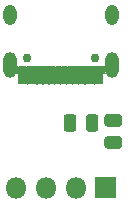
<source format=gbr>
G04 #@! TF.GenerationSoftware,KiCad,Pcbnew,(5.1.9)-1*
G04 #@! TF.CreationDate,2021-04-22T03:11:02+04:00*
G04 #@! TF.ProjectId,USB-C breakout,5553422d-4320-4627-9265-616b6f75742e,rev?*
G04 #@! TF.SameCoordinates,Original*
G04 #@! TF.FileFunction,Soldermask,Top*
G04 #@! TF.FilePolarity,Negative*
%FSLAX46Y46*%
G04 Gerber Fmt 4.6, Leading zero omitted, Abs format (unit mm)*
G04 Created by KiCad (PCBNEW (5.1.9)-1) date 2021-04-22 03:11:02*
%MOMM*%
%LPD*%
G01*
G04 APERTURE LIST*
%ADD10O,1.802000X1.802000*%
%ADD11O,1.102000X2.202000*%
%ADD12C,0.752000*%
%ADD13O,1.102000X1.702000*%
%ADD14C,0.100000*%
G04 APERTURE END LIST*
G36*
G01*
X116053500Y-65583500D02*
X117753500Y-65583500D01*
G75*
G02*
X117804500Y-65634500I0J-51000D01*
G01*
X117804500Y-67334500D01*
G75*
G02*
X117753500Y-67385500I-51000J0D01*
G01*
X116053500Y-67385500D01*
G75*
G02*
X116002500Y-67334500I0J51000D01*
G01*
X116002500Y-65634500D01*
G75*
G02*
X116053500Y-65583500I51000J0D01*
G01*
G37*
D10*
X114363500Y-66484500D03*
X111823500Y-66484500D03*
X109283500Y-66484500D03*
G36*
G01*
X118020250Y-61338000D02*
X117056750Y-61338000D01*
G75*
G02*
X116787500Y-61068750I0J269250D01*
G01*
X116787500Y-60530250D01*
G75*
G02*
X117056750Y-60261000I269250J0D01*
G01*
X118020250Y-60261000D01*
G75*
G02*
X118289500Y-60530250I0J-269250D01*
G01*
X118289500Y-61068750D01*
G75*
G02*
X118020250Y-61338000I-269250J0D01*
G01*
G37*
G36*
G01*
X118020250Y-63213000D02*
X117056750Y-63213000D01*
G75*
G02*
X116787500Y-62943750I0J269250D01*
G01*
X116787500Y-62405250D01*
G75*
G02*
X117056750Y-62136000I269250J0D01*
G01*
X118020250Y-62136000D01*
G75*
G02*
X118289500Y-62405250I0J-269250D01*
G01*
X118289500Y-62943750D01*
G75*
G02*
X118020250Y-63213000I-269250J0D01*
G01*
G37*
G36*
G01*
X114409000Y-60541750D02*
X114409000Y-61505250D01*
G75*
G02*
X114139750Y-61774500I-269250J0D01*
G01*
X113601250Y-61774500D01*
G75*
G02*
X113332000Y-61505250I0J269250D01*
G01*
X113332000Y-60541750D01*
G75*
G02*
X113601250Y-60272500I269250J0D01*
G01*
X114139750Y-60272500D01*
G75*
G02*
X114409000Y-60541750I0J-269250D01*
G01*
G37*
G36*
G01*
X116284000Y-60541750D02*
X116284000Y-61505250D01*
G75*
G02*
X116014750Y-61774500I-269250J0D01*
G01*
X115476250Y-61774500D01*
G75*
G02*
X115207000Y-61505250I0J269250D01*
G01*
X115207000Y-60541750D01*
G75*
G02*
X115476250Y-60272500I269250J0D01*
G01*
X116014750Y-60272500D01*
G75*
G02*
X116284000Y-60541750I0J-269250D01*
G01*
G37*
G36*
G01*
X110192500Y-56260500D02*
X110192500Y-57710500D01*
G75*
G02*
X110141500Y-57761500I-51000J0D01*
G01*
X109541500Y-57761500D01*
G75*
G02*
X109490500Y-57710500I0J51000D01*
G01*
X109490500Y-56260500D01*
G75*
G02*
X109541500Y-56209500I51000J0D01*
G01*
X110141500Y-56209500D01*
G75*
G02*
X110192500Y-56260500I0J-51000D01*
G01*
G37*
G36*
G01*
X110992500Y-56260500D02*
X110992500Y-57710500D01*
G75*
G02*
X110941500Y-57761500I-51000J0D01*
G01*
X110341500Y-57761500D01*
G75*
G02*
X110290500Y-57710500I0J51000D01*
G01*
X110290500Y-56260500D01*
G75*
G02*
X110341500Y-56209500I51000J0D01*
G01*
X110941500Y-56209500D01*
G75*
G02*
X110992500Y-56260500I0J-51000D01*
G01*
G37*
G36*
G01*
X115892500Y-56260500D02*
X115892500Y-57710500D01*
G75*
G02*
X115841500Y-57761500I-51000J0D01*
G01*
X115241500Y-57761500D01*
G75*
G02*
X115190500Y-57710500I0J51000D01*
G01*
X115190500Y-56260500D01*
G75*
G02*
X115241500Y-56209500I51000J0D01*
G01*
X115841500Y-56209500D01*
G75*
G02*
X115892500Y-56260500I0J-51000D01*
G01*
G37*
G36*
G01*
X116692500Y-56260500D02*
X116692500Y-57710500D01*
G75*
G02*
X116641500Y-57761500I-51000J0D01*
G01*
X116041500Y-57761500D01*
G75*
G02*
X115990500Y-57710500I0J51000D01*
G01*
X115990500Y-56260500D01*
G75*
G02*
X116041500Y-56209500I51000J0D01*
G01*
X116641500Y-56209500D01*
G75*
G02*
X116692500Y-56260500I0J-51000D01*
G01*
G37*
G36*
G01*
X116692500Y-56260500D02*
X116692500Y-57710500D01*
G75*
G02*
X116641500Y-57761500I-51000J0D01*
G01*
X116041500Y-57761500D01*
G75*
G02*
X115990500Y-57710500I0J51000D01*
G01*
X115990500Y-56260500D01*
G75*
G02*
X116041500Y-56209500I51000J0D01*
G01*
X116641500Y-56209500D01*
G75*
G02*
X116692500Y-56260500I0J-51000D01*
G01*
G37*
G36*
G01*
X115892500Y-56260500D02*
X115892500Y-57710500D01*
G75*
G02*
X115841500Y-57761500I-51000J0D01*
G01*
X115241500Y-57761500D01*
G75*
G02*
X115190500Y-57710500I0J51000D01*
G01*
X115190500Y-56260500D01*
G75*
G02*
X115241500Y-56209500I51000J0D01*
G01*
X115841500Y-56209500D01*
G75*
G02*
X115892500Y-56260500I0J-51000D01*
G01*
G37*
G36*
G01*
X110992500Y-56260500D02*
X110992500Y-57710500D01*
G75*
G02*
X110941500Y-57761500I-51000J0D01*
G01*
X110341500Y-57761500D01*
G75*
G02*
X110290500Y-57710500I0J51000D01*
G01*
X110290500Y-56260500D01*
G75*
G02*
X110341500Y-56209500I51000J0D01*
G01*
X110941500Y-56209500D01*
G75*
G02*
X110992500Y-56260500I0J-51000D01*
G01*
G37*
G36*
G01*
X110192500Y-56260500D02*
X110192500Y-57710500D01*
G75*
G02*
X110141500Y-57761500I-51000J0D01*
G01*
X109541500Y-57761500D01*
G75*
G02*
X109490500Y-57710500I0J51000D01*
G01*
X109490500Y-56260500D01*
G75*
G02*
X109541500Y-56209500I51000J0D01*
G01*
X110141500Y-56209500D01*
G75*
G02*
X110192500Y-56260500I0J-51000D01*
G01*
G37*
G36*
G01*
X115042500Y-56260500D02*
X115042500Y-57710500D01*
G75*
G02*
X114991500Y-57761500I-51000J0D01*
G01*
X114691500Y-57761500D01*
G75*
G02*
X114640500Y-57710500I0J51000D01*
G01*
X114640500Y-56260500D01*
G75*
G02*
X114691500Y-56209500I51000J0D01*
G01*
X114991500Y-56209500D01*
G75*
G02*
X115042500Y-56260500I0J-51000D01*
G01*
G37*
G36*
G01*
X114542500Y-56260500D02*
X114542500Y-57710500D01*
G75*
G02*
X114491500Y-57761500I-51000J0D01*
G01*
X114191500Y-57761500D01*
G75*
G02*
X114140500Y-57710500I0J51000D01*
G01*
X114140500Y-56260500D01*
G75*
G02*
X114191500Y-56209500I51000J0D01*
G01*
X114491500Y-56209500D01*
G75*
G02*
X114542500Y-56260500I0J-51000D01*
G01*
G37*
G36*
G01*
X114042500Y-56260500D02*
X114042500Y-57710500D01*
G75*
G02*
X113991500Y-57761500I-51000J0D01*
G01*
X113691500Y-57761500D01*
G75*
G02*
X113640500Y-57710500I0J51000D01*
G01*
X113640500Y-56260500D01*
G75*
G02*
X113691500Y-56209500I51000J0D01*
G01*
X113991500Y-56209500D01*
G75*
G02*
X114042500Y-56260500I0J-51000D01*
G01*
G37*
G36*
G01*
X113042500Y-56260500D02*
X113042500Y-57710500D01*
G75*
G02*
X112991500Y-57761500I-51000J0D01*
G01*
X112691500Y-57761500D01*
G75*
G02*
X112640500Y-57710500I0J51000D01*
G01*
X112640500Y-56260500D01*
G75*
G02*
X112691500Y-56209500I51000J0D01*
G01*
X112991500Y-56209500D01*
G75*
G02*
X113042500Y-56260500I0J-51000D01*
G01*
G37*
G36*
G01*
X112542500Y-56260500D02*
X112542500Y-57710500D01*
G75*
G02*
X112491500Y-57761500I-51000J0D01*
G01*
X112191500Y-57761500D01*
G75*
G02*
X112140500Y-57710500I0J51000D01*
G01*
X112140500Y-56260500D01*
G75*
G02*
X112191500Y-56209500I51000J0D01*
G01*
X112491500Y-56209500D01*
G75*
G02*
X112542500Y-56260500I0J-51000D01*
G01*
G37*
G36*
G01*
X112042500Y-56260500D02*
X112042500Y-57710500D01*
G75*
G02*
X111991500Y-57761500I-51000J0D01*
G01*
X111691500Y-57761500D01*
G75*
G02*
X111640500Y-57710500I0J51000D01*
G01*
X111640500Y-56260500D01*
G75*
G02*
X111691500Y-56209500I51000J0D01*
G01*
X111991500Y-56209500D01*
G75*
G02*
X112042500Y-56260500I0J-51000D01*
G01*
G37*
G36*
G01*
X111542500Y-56260500D02*
X111542500Y-57710500D01*
G75*
G02*
X111491500Y-57761500I-51000J0D01*
G01*
X111191500Y-57761500D01*
G75*
G02*
X111140500Y-57710500I0J51000D01*
G01*
X111140500Y-56260500D01*
G75*
G02*
X111191500Y-56209500I51000J0D01*
G01*
X111491500Y-56209500D01*
G75*
G02*
X111542500Y-56260500I0J-51000D01*
G01*
G37*
G36*
G01*
X113542500Y-56260500D02*
X113542500Y-57710500D01*
G75*
G02*
X113491500Y-57761500I-51000J0D01*
G01*
X113191500Y-57761500D01*
G75*
G02*
X113140500Y-57710500I0J51000D01*
G01*
X113140500Y-56260500D01*
G75*
G02*
X113191500Y-56209500I51000J0D01*
G01*
X113491500Y-56209500D01*
G75*
G02*
X113542500Y-56260500I0J-51000D01*
G01*
G37*
D11*
X108771500Y-56070500D03*
X117411500Y-56070500D03*
D12*
X115981500Y-55540500D03*
D13*
X117411500Y-51890500D03*
D12*
X110201500Y-55540500D03*
D13*
X108771500Y-51890500D03*
D14*
G36*
X115192232Y-56208500D02*
G01*
X115192500Y-56209500D01*
X115192500Y-57761500D01*
X115191500Y-57763232D01*
X115190500Y-57763500D01*
X115042500Y-57763500D01*
X115040768Y-57762500D01*
X115040500Y-57761500D01*
X115040500Y-56209500D01*
X115041500Y-56207768D01*
X115042500Y-56207500D01*
X115190500Y-56207500D01*
X115192232Y-56208500D01*
G37*
G36*
X115992232Y-56208500D02*
G01*
X115992500Y-56209500D01*
X115992500Y-57761500D01*
X115991500Y-57763232D01*
X115990500Y-57763500D01*
X115892500Y-57763500D01*
X115890768Y-57762500D01*
X115890500Y-57761500D01*
X115890500Y-56209500D01*
X115891500Y-56207768D01*
X115892500Y-56207500D01*
X115990500Y-56207500D01*
X115992232Y-56208500D01*
G37*
G36*
X114642232Y-56208500D02*
G01*
X114642500Y-56209500D01*
X114642500Y-57761500D01*
X114641500Y-57763232D01*
X114640500Y-57763500D01*
X114542500Y-57763500D01*
X114540768Y-57762500D01*
X114540500Y-57761500D01*
X114540500Y-56209500D01*
X114541500Y-56207768D01*
X114542500Y-56207500D01*
X114640500Y-56207500D01*
X114642232Y-56208500D01*
G37*
G36*
X114142232Y-56208500D02*
G01*
X114142500Y-56209500D01*
X114142500Y-57761500D01*
X114141500Y-57763232D01*
X114140500Y-57763500D01*
X114042500Y-57763500D01*
X114040768Y-57762500D01*
X114040500Y-57761500D01*
X114040500Y-56209500D01*
X114041500Y-56207768D01*
X114042500Y-56207500D01*
X114140500Y-56207500D01*
X114142232Y-56208500D01*
G37*
G36*
X113642232Y-56208500D02*
G01*
X113642500Y-56209500D01*
X113642500Y-57761500D01*
X113641500Y-57763232D01*
X113640500Y-57763500D01*
X113542500Y-57763500D01*
X113540768Y-57762500D01*
X113540500Y-57761500D01*
X113540500Y-56209500D01*
X113541500Y-56207768D01*
X113542500Y-56207500D01*
X113640500Y-56207500D01*
X113642232Y-56208500D01*
G37*
G36*
X112642232Y-56208500D02*
G01*
X112642500Y-56209500D01*
X112642500Y-57761500D01*
X112641500Y-57763232D01*
X112640500Y-57763500D01*
X112542500Y-57763500D01*
X112540768Y-57762500D01*
X112540500Y-57761500D01*
X112540500Y-56209500D01*
X112541500Y-56207768D01*
X112542500Y-56207500D01*
X112640500Y-56207500D01*
X112642232Y-56208500D01*
G37*
G36*
X112142232Y-56208500D02*
G01*
X112142500Y-56209500D01*
X112142500Y-57761500D01*
X112141500Y-57763232D01*
X112140500Y-57763500D01*
X112042500Y-57763500D01*
X112040768Y-57762500D01*
X112040500Y-57761500D01*
X112040500Y-56209500D01*
X112041500Y-56207768D01*
X112042500Y-56207500D01*
X112140500Y-56207500D01*
X112142232Y-56208500D01*
G37*
G36*
X111642232Y-56208500D02*
G01*
X111642500Y-56209500D01*
X111642500Y-57761500D01*
X111641500Y-57763232D01*
X111640500Y-57763500D01*
X111542500Y-57763500D01*
X111540768Y-57762500D01*
X111540500Y-57761500D01*
X111540500Y-56209500D01*
X111541500Y-56207768D01*
X111542500Y-56207500D01*
X111640500Y-56207500D01*
X111642232Y-56208500D01*
G37*
G36*
X111142232Y-56208500D02*
G01*
X111142500Y-56209500D01*
X111142500Y-57761500D01*
X111141500Y-57763232D01*
X111140500Y-57763500D01*
X110992500Y-57763500D01*
X110990768Y-57762500D01*
X110990500Y-57761500D01*
X110990500Y-56209500D01*
X110991500Y-56207768D01*
X110992500Y-56207500D01*
X111140500Y-56207500D01*
X111142232Y-56208500D01*
G37*
G36*
X110292232Y-56208500D02*
G01*
X110292500Y-56209500D01*
X110292500Y-57761500D01*
X110291500Y-57763232D01*
X110290500Y-57763500D01*
X110192500Y-57763500D01*
X110190768Y-57762500D01*
X110190500Y-57761500D01*
X110190500Y-56209500D01*
X110191500Y-56207768D01*
X110192500Y-56207500D01*
X110290500Y-56207500D01*
X110292232Y-56208500D01*
G37*
G36*
X113142232Y-56208500D02*
G01*
X113142500Y-56209500D01*
X113142500Y-57761500D01*
X113141500Y-57763232D01*
X113140500Y-57763500D01*
X113042500Y-57763500D01*
X113040768Y-57762500D01*
X113040500Y-57761500D01*
X113040500Y-56209500D01*
X113041500Y-56207768D01*
X113042500Y-56207500D01*
X113140500Y-56207500D01*
X113142232Y-56208500D01*
G37*
G36*
X116861665Y-56082875D02*
G01*
X116862500Y-56084501D01*
X116862500Y-56620406D01*
X116873057Y-56727599D01*
X116904299Y-56830589D01*
X116926091Y-56871359D01*
X116926025Y-56873358D01*
X116924262Y-56874301D01*
X116922664Y-56873413D01*
X116912570Y-56858306D01*
X116895523Y-56841259D01*
X116875476Y-56827865D01*
X116853202Y-56818638D01*
X116829552Y-56813934D01*
X116805446Y-56813934D01*
X116781796Y-56818638D01*
X116759522Y-56827865D01*
X116739474Y-56841260D01*
X116722427Y-56858307D01*
X116709033Y-56878354D01*
X116699823Y-56900585D01*
X116694478Y-56936624D01*
X116693235Y-56938191D01*
X116691257Y-56937898D01*
X116690500Y-56936331D01*
X116690500Y-56209500D01*
X116691500Y-56207768D01*
X116692500Y-56207500D01*
X116735407Y-56207500D01*
X116759492Y-56205128D01*
X116782567Y-56198128D01*
X116803831Y-56186763D01*
X116822468Y-56171468D01*
X116837763Y-56152831D01*
X116849128Y-56131567D01*
X116856128Y-56108492D01*
X116858510Y-56084305D01*
X116859675Y-56082679D01*
X116861665Y-56082875D01*
G37*
G36*
X109324490Y-56084305D02*
G01*
X109326872Y-56108492D01*
X109333872Y-56131567D01*
X109345237Y-56152831D01*
X109360532Y-56171468D01*
X109379169Y-56186763D01*
X109400433Y-56198128D01*
X109423508Y-56205128D01*
X109447593Y-56207500D01*
X109490500Y-56207500D01*
X109492232Y-56208500D01*
X109492500Y-56209500D01*
X109492500Y-56936331D01*
X109491500Y-56938063D01*
X109489500Y-56938063D01*
X109488510Y-56936527D01*
X109486128Y-56912341D01*
X109479128Y-56889266D01*
X109467763Y-56868002D01*
X109452468Y-56849365D01*
X109433831Y-56834070D01*
X109412567Y-56822705D01*
X109389492Y-56815705D01*
X109365501Y-56813342D01*
X109341510Y-56815705D01*
X109318435Y-56822705D01*
X109297171Y-56834070D01*
X109278570Y-56849335D01*
X109259310Y-56875306D01*
X109257475Y-56876102D01*
X109255869Y-56874911D01*
X109255940Y-56873172D01*
X109278701Y-56830590D01*
X109309943Y-56727600D01*
X109320500Y-56620406D01*
X109320500Y-56084501D01*
X109321500Y-56082769D01*
X109323500Y-56082769D01*
X109324490Y-56084305D01*
G37*
M02*

</source>
